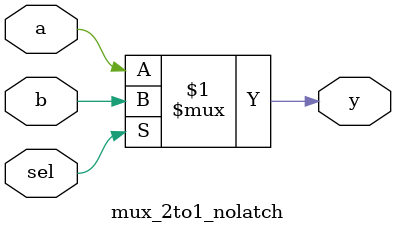
<source format=v>
`timescale 1ns / 1ps


module mux_2to1_nolatch(
    input a ,b ,
    input sel,
    output y
    );
    
    assign y = sel ? b : a;
endmodule

</source>
